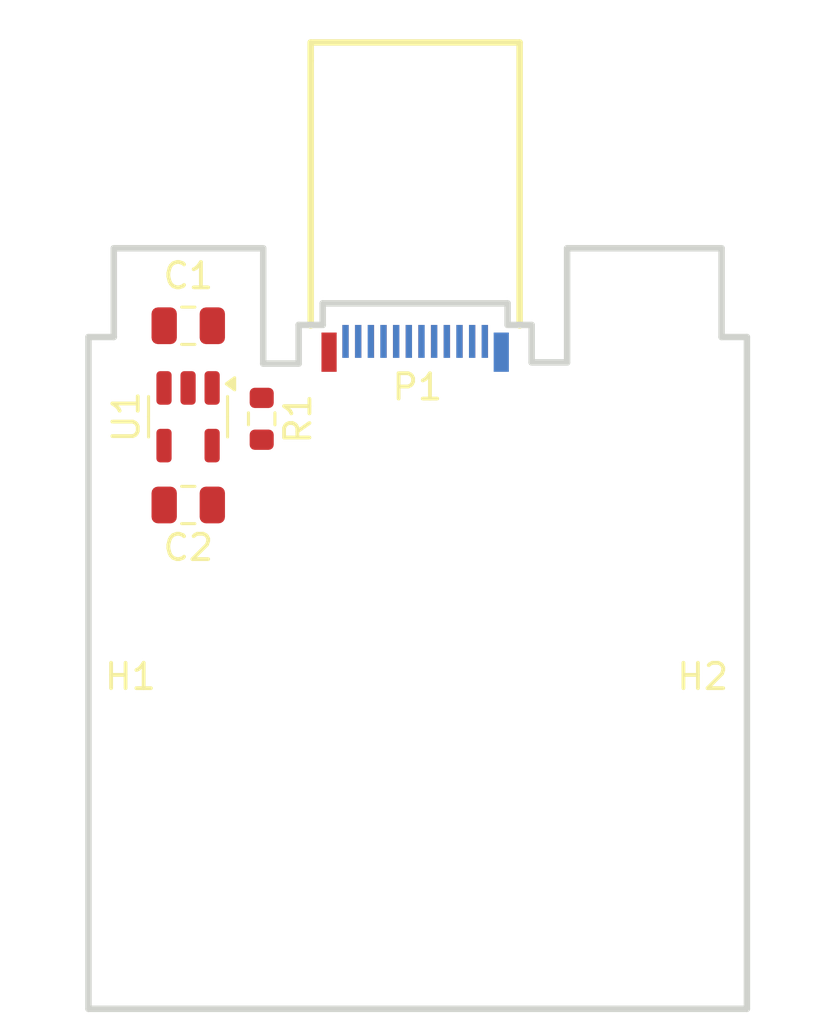
<source format=kicad_pcb>
(kicad_pcb (version 20241229) (generator "pcbnew") (generator_version "9.0")
  (title_block (title "Expansion Card Template (TYPEC-950-ARP24)") (rev "X1") (company "Framework") (comment 1 "This work is licensed under a Creative Commons Attribution 4.0 International License") (comment 2 "TYPEC-950-ARP24 version done by Tan Siret AKINCI") (comment 4 "https://frame.work"))
  (layers (0 "F.Cu" signal) (2 "B.Cu" signal) (13 "F.Paste" user) (15 "B.Paste" user) (5 "F.SilkS" user "F.Silkscreen") (7 "B.SilkS" user "B.Silkscreen") (1 "F.Mask" user) (3 "B.Mask" user) (25 "Edge.Cuts" user))
  (net 0 "")
  (net 1 "GND")
  (net 2 "VBUS")
  (net 4 "Net-(P1-CC)")
  (net 5 "/USB_D+")
  (net 6 "/USB_D-")
  (net 7 "+3.3V")
  (footprint "Capacitor_SMD:C_0805_2012Metric" (layer "F.Cu") (at 136.27 128.17 180)
    (property "Reference" "C2" (at 0 -1.68 0) (layer "F.SilkS"))
    (property "Value" "10uF")
    (fp_line (start -0.261252 0.735) (end 0.261252 0.735) (stroke (width 0.12)) (layer "F.SilkS"))
    (fp_line (start -0.261252 -0.735) (end 0.261252 -0.735) (stroke (width 0.12)) (layer "F.SilkS"))
    (pad "1" smd roundrect (at -0.95 0 180) (size 1 1.45) (layers "F.Cu" "F.Mask" "F.Paste") (net 7 "+3.3V"))
    (pad "2" smd roundrect (at 0.95 0 180) (size 1 1.45) (layers "F.Cu" "F.Mask" "F.Paste") (net 1 "GND"))
  )
  (footprint "Package_TO_SOT_SMD:SOT-23-5" (layer "F.Cu") (at 136.2625 124.69 -90)
    (property "Reference" "U1" (at 0 2.4425 90) (layer "F.SilkS"))
    (property "Value" "AP2112K-3.3")
    (fp_line (start 0 1.56) (end -0.8 1.56) (stroke (width 0.12)) (layer "F.SilkS"))
    (fp_line (start 0 1.56) (end 0.8 1.56) (stroke (width 0.12)) (layer "F.SilkS"))
    (fp_line (start 0 -1.56) (end -0.8 -1.56) (stroke (width 0.12)) (layer "F.SilkS"))
    (fp_line (start 0 -1.56) (end 0.8 -1.56) (stroke (width 0.12)) (layer "F.SilkS"))
    (fp_poly (pts (xy -1.3 -1.51) (xy -1.54 -1.84) (xy -1.06 -1.84)) (stroke (width 0.12)) (fill yes) (layer "F.SilkS"))
    (pad "1" smd roundrect (at -1.1375 -0.95 270) (size 1.325 0.6) (layers "F.Cu" "F.Mask" "F.Paste") (net 2 "VBUS"))
    (pad "2" smd roundrect (at -1.1375 0 270) (size 1.325 0.6) (layers "F.Cu" "F.Mask" "F.Paste") (net 1 "GND"))
    (pad "3" smd roundrect (at -1.1375 0.95 270) (size 1.325 0.6) (layers "F.Cu" "F.Mask" "F.Paste") (net 2 "VBUS"))
    (pad "4" smd roundrect (at 1.1375 0.95 270) (size 1.325 0.6) (layers "F.Cu" "F.Mask" "F.Paste"))
    (pad "5" smd roundrect (at 1.1375 -0.95 270) (size 1.325 0.6) (layers "F.Cu" "F.Mask" "F.Paste") (net 7 "+3.3V"))
  )
  (footprint "MountingHole:MountingHole_2.2mm_M2" (layer "F.Cu") (at 133.985183 138.09)
    (property "Reference" "H1" (at 0 -3.15 0) (layer "F.SilkS"))
    (property "Value" "MountingHole")
    (pad "" np_thru_hole circle (at 0 0) (size 2.2 2.2) (drill 2.2) (layers "*.Cu" "*.Mask"))
  )
  (footprint "Capacitor_SMD:C_0805_2012Metric" (layer "F.Cu") (at 136.27 121.1 180)
    (property "Reference" "C1" (at 0 1.97 0) (layer "F.SilkS"))
    (property "Value" "10uF")
    (fp_line (start -0.261252 0.735) (end 0.261252 0.735) (stroke (width 0.12)) (layer "F.SilkS"))
    (fp_line (start -0.261252 -0.735) (end 0.261252 -0.735) (stroke (width 0.12)) (layer "F.SilkS"))
    (pad "1" smd roundrect (at -0.95 0 180) (size 1 1.45) (layers "F.Cu" "F.Mask" "F.Paste") (net 2 "VBUS"))
    (pad "2" smd roundrect (at 0.95 0 180) (size 1 1.45) (layers "F.Cu" "F.Mask" "F.Paste") (net 1 "GND"))
  )
  (footprint "easytypec:TYPEC-SMD_TYPEC-950-ARP24" (layer "F.Cu") (at 145.23 121.93 180)
    (property "Reference" "P1" (at -0.084817 -1.5875 0) (layer "F.SilkS"))
    (property "Value" "USB_C_Plug_USB2.0")
    (fp_line (start 4.125 11.2785) (end 4.125 12.005) (stroke (width 0.254)) (layer "F.SilkS"))
    (fp_line (start 4.125 0.8345) (end 4.125 11.2785) (stroke (width 0.254)) (layer "F.SilkS"))
    (fp_line (start -4.125 12.005) (end 4.125 12.005) (stroke (width 0.254)) (layer "F.SilkS"))
    (fp_line (start -4.125 0.8365) (end -4.125 12.005) (stroke (width 0.254)) (layer "F.SilkS"))
    (fp_line (start 4.6 0.862) (end 4.6 -0.662) (stroke (width 0.254)) (layer "Edge.Cuts"))
    (fp_line (start 3.65 1.713) (end 3.65 0.862) (stroke (width 0.254)) (layer "Edge.Cuts"))
    (fp_line (start 3.65 0.862) (end 4.6 0.862) (stroke (width 0.254)) (layer "Edge.Cuts"))
    (fp_line (start -3.65 1.713) (end 3.65 1.713) (stroke (width 0.254)) (layer "Edge.Cuts"))
    (fp_line (start -3.65 0.862) (end -3.65 1.713) (stroke (width 0.254)) (layer "Edge.Cuts"))
    (fp_line (start -4.6 0.862) (end -3.65 0.862) (stroke (width 0.254)) (layer "Edge.Cuts"))
    (fp_line (start -4.6 -0.616) (end -4.6 0.862) (stroke (width 0.254)) (layer "Edge.Cuts"))
    (pad "25" smd rect (at 3.4 -0.2125) (size 0.6 1.55) (layers "F.Cu" "F.Mask" "F.Paste"))
    (pad "26" smd rect (at -3.4 -0.2125) (size 0.6 1.55) (layers "B.Cu" "B.Mask" "B.Paste"))
    (pad "A1" smd rect (at 2.75 0.2125) (size 0.25 1.3) (layers "F.Cu" "F.Mask" "F.Paste") (net 1 "GND"))
    (pad "A2" smd rect (at 2.25 0.2125) (size 0.25 1.3) (layers "F.Cu" "F.Mask" "F.Paste"))
    (pad "A3" smd rect (at 1.75 0.2125) (size 0.25 1.3) (layers "F.Cu" "F.Mask" "F.Paste"))
    (pad "A4" smd rect (at 1.25 0.2125) (size 0.25 1.3) (layers "F.Cu" "F.Mask" "F.Paste") (net 2 "VBUS"))
    (pad "A5" smd rect (at 0.75 0.2125) (size 0.25 1.3) (layers "F.Cu" "F.Mask" "F.Paste") (net 4 "Net-(P1-CC)"))
    (pad "A6" smd rect (at 0.25 0.2125) (size 0.25 1.3) (layers "F.Cu" "F.Mask" "F.Paste") (net 5 "/USB_D+"))
    (pad "A7" smd rect (at -0.25 0.2125) (size 0.25 1.3) (layers "F.Cu" "F.Mask" "F.Paste") (net 6 "/USB_D-"))
    (pad "A8" smd rect (at -0.75 0.2125) (size 0.25 1.3) (layers "F.Cu" "F.Mask" "F.Paste"))
    (pad "A9" smd rect (at -1.25 0.2125) (size 0.25 1.3) (layers "F.Cu" "F.Mask" "F.Paste") (net 2 "VBUS"))
    (pad "A10" smd rect (at -1.75 0.2125) (size 0.25 1.3) (layers "F.Cu" "F.Mask" "F.Paste"))
    (pad "A11" smd rect (at -2.25 0.2125) (size 0.25 1.3) (layers "F.Cu" "F.Mask" "F.Paste"))
    (pad "A12" smd rect (at -2.75 0.2125) (size 0.25 1.3) (layers "F.Cu" "F.Mask" "F.Paste") (net 1 "GND"))
    (pad "B1" smd rect (at -2.75 0.2125) (size 0.25 1.3) (layers "B.Cu" "B.Mask" "B.Paste") (net 1 "GND"))
    (pad "B2" smd rect (at -2.25 0.2125) (size 0.25 1.3) (layers "B.Cu" "B.Mask" "B.Paste"))
    (pad "B3" smd rect (at -1.75 0.2125) (size 0.25 1.3) (layers "B.Cu" "B.Mask" "B.Paste"))
    (pad "B4" smd rect (at -1.25 0.2125) (size 0.25 1.3) (layers "B.Cu" "B.Mask" "B.Paste") (net 2 "VBUS"))
    (pad "B5" smd rect (at -0.75 0.2125) (size 0.25 1.3) (layers "B.Cu" "B.Mask" "B.Paste"))
    (pad "B6" smd rect (at -0.25 0.2125) (size 0.25 1.3) (layers "B.Cu" "B.Mask" "B.Paste"))
    (pad "B7" smd rect (at 0.25 0.2125) (size 0.25 1.3) (layers "B.Cu" "B.Mask" "B.Paste"))
    (pad "B8" smd rect (at 0.75 0.2125) (size 0.25 1.3) (layers "B.Cu" "B.Mask" "B.Paste"))
    (pad "B9" smd rect (at 1.25 0.2125) (size 0.25 1.3) (layers "B.Cu" "B.Mask" "B.Paste") (net 2 "VBUS"))
    (pad "B10" smd rect (at 1.75 0.2125) (size 0.25 1.3) (layers "B.Cu" "B.Mask" "B.Paste"))
    (pad "B11" smd rect (at 2.25 0.2125) (size 0.25 1.3) (layers "B.Cu" "B.Mask" "B.Paste"))
    (pad "B12" smd rect (at 2.75 0.2125) (size 0.25 1.3) (layers "B.Cu" "B.Mask" "B.Paste") (net 1 "GND"))
  )
  (footprint "MountingHole:MountingHole_2.2mm_M2" (layer "F.Cu") (at 156.585183 138.09)
    (property "Reference" "H2" (at 0 -3.15 0) (layer "F.SilkS"))
    (property "Value" "MountingHole")
    (pad "" np_thru_hole circle (at 0 0) (size 2.2 2.2) (drill 2.2) (layers "*.Cu" "*.Mask"))
  )
  (footprint "Resistor_SMD:R_0603_1608Metric" (layer "F.Cu") (at 139.17 124.77 -90)
    (property "Reference" "R1" (at 0 -1.43 90) (layer "F.SilkS"))
    (property "Value" "5.1k")
    (fp_line (start -0.237258 0.5225) (end 0.237258 0.5225) (stroke (width 0.12)) (layer "F.SilkS"))
    (fp_line (start -0.237258 -0.5225) (end 0.237258 -0.5225) (stroke (width 0.12)) (layer "F.SilkS"))
    (pad "1" smd roundrect (at -0.825 0 270) (size 0.8 0.95) (layers "F.Cu" "F.Mask" "F.Paste") (net 4 "Net-(P1-CC)"))
    (pad "2" smd roundrect (at 0.825 0 270) (size 0.8 0.95) (layers "F.Cu" "F.Mask" "F.Paste") (net 1 "GND"))
  )
  (gr_line (start 132.33 121.543566) (end 133.33 121.543566) (stroke (width 0.254)) (layer "Edge.Cuts"))
  (gr_line (start 139.23 118.043566) (end 133.33 118.043566) (stroke (width 0.254)) (layer "Edge.Cuts"))
  (gr_line (start 133.33 121.543566) (end 133.33 118.043566) (stroke (width 0.254)) (layer "Edge.Cuts"))
  (gr_line (start 132.33 148.043566) (end 158.33 148.043566) (stroke (width 0.254)) (layer "Edge.Cuts"))
  (gr_line (start 140.63 122.592) (end 139.23 122.592) (stroke (width 0.254)) (layer "Edge.Cuts"))
  (gr_line (start 151.23 118.043566) (end 151.23 122.546) (stroke (width 0.254)) (layer "Edge.Cuts"))
  (gr_line (start 157.33 121.543566) (end 157.33 118.043566) (stroke (width 0.254)) (layer "Edge.Cuts"))
  (gr_line (start 157.33 121.543566) (end 158.33 121.543566) (stroke (width 0.254)) (layer "Edge.Cuts"))
  (gr_line (start 151.23 118.043566) (end 157.33 118.043566) (stroke (width 0.254)) (layer "Edge.Cuts"))
  (gr_line (start 132.33 121.543566) (end 132.33 148.043566) (stroke (width 0.254)) (layer "Edge.Cuts"))
  (gr_line (start 158.33 121.543566) (end 158.33 148.043566) (stroke (width 0.254)) (layer "Edge.Cuts"))
  (gr_line (start 149.83 122.546) (end 151.23 122.546) (stroke (width 0.254)) (layer "Edge.Cuts"))
  (gr_line (start 139.23 118.043566) (end 139.23 122.592) (stroke (width 0.254)) (layer "Edge.Cuts"))
)
</source>
